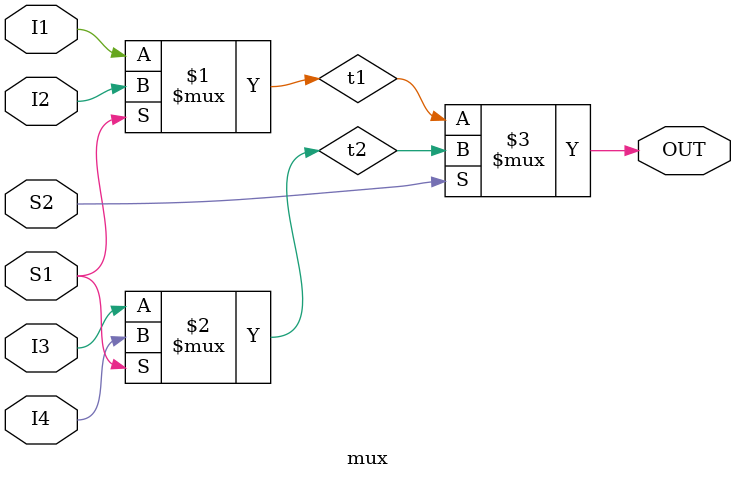
<source format=v>
`timescale 1ns / 1ps


module mux(
    I1,I2,I3,I4,S1,S2,OUT
    );
    input I1,I2,I3,I4,S1,S2;
    output OUT;
    assign t1 = (S1) ? I2:I1;
    assign t2 = (S1) ? I4:I3;
    assign OUT = (S2) ? t2:t1;
endmodule

</source>
